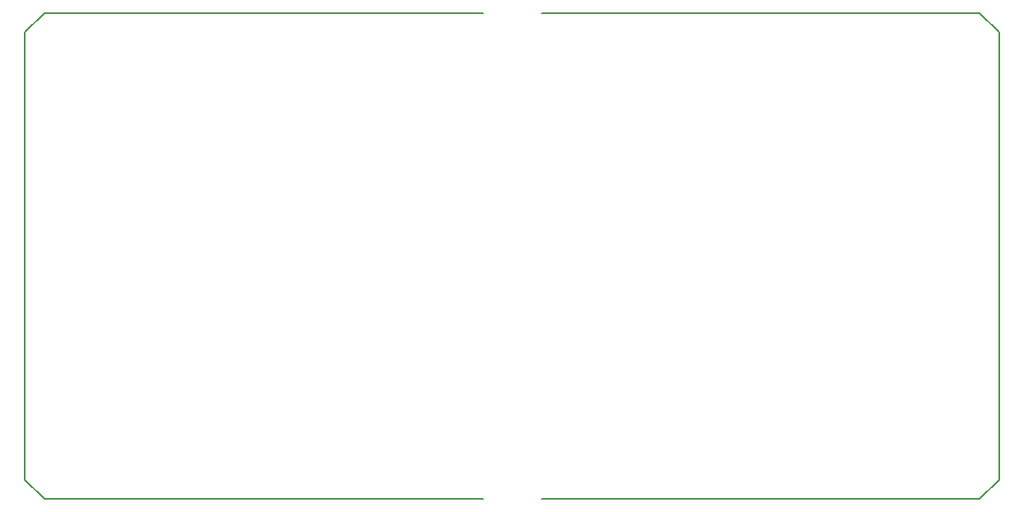
<source format=gbr>
G04 #@! TF.FileFunction,Profile,NP*
%FSLAX46Y46*%
G04 Gerber Fmt 4.6, Leading zero omitted, Abs format (unit mm)*
G04 Created by KiCad (PCBNEW 4.0.7-e2-6376~58~ubuntu16.04.1) date Mon Oct 16 16:21:44 2017*
%MOMM*%
%LPD*%
G01*
G04 APERTURE LIST*
%ADD10C,0.100000*%
%ADD11C,0.150000*%
G04 APERTURE END LIST*
D10*
D11*
X198500000Y-118000000D02*
X153550000Y-118000000D01*
X102500000Y-118000000D02*
X147500000Y-118000000D01*
X198500000Y-68000000D02*
X153550000Y-68000000D01*
X102500000Y-68000000D02*
X147500000Y-68000000D01*
X200500000Y-70000000D02*
X198500000Y-68000000D01*
X200500000Y-116000000D02*
X200500000Y-70000000D01*
X198500000Y-118000000D02*
X200500000Y-116000000D01*
X100500000Y-70000000D02*
X102500000Y-68000000D01*
X100500000Y-116000000D02*
X102500000Y-118000000D01*
X100500000Y-70000000D02*
X100500000Y-116000000D01*
M02*

</source>
